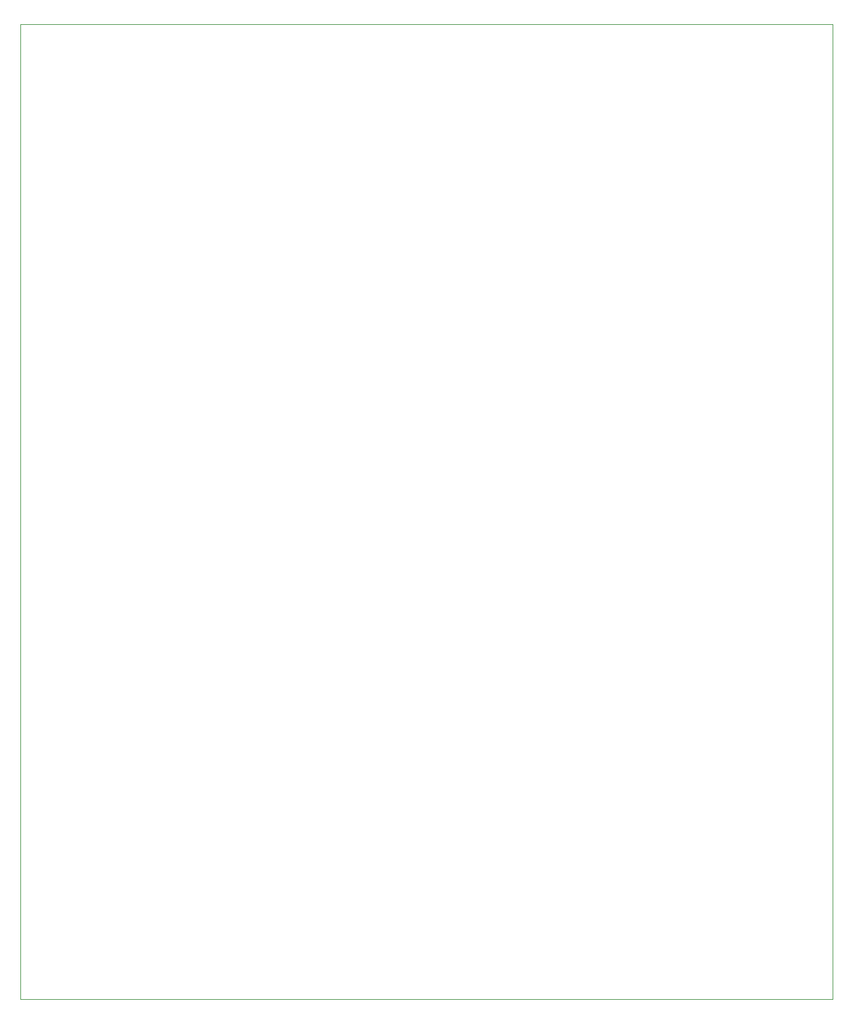
<source format=gbr>
G04 #@! TF.GenerationSoftware,KiCad,Pcbnew,(5.0.2)-1*
G04 #@! TF.CreationDate,2019-07-23T23:18:17+02:00*
G04 #@! TF.ProjectId,Cern2,4365726e-322e-46b6-9963-61645f706362,rev?*
G04 #@! TF.SameCoordinates,Original*
G04 #@! TF.FileFunction,Profile,NP*
%FSLAX46Y46*%
G04 Gerber Fmt 4.6, Leading zero omitted, Abs format (unit mm)*
G04 Created by KiCad (PCBNEW (5.0.2)-1) date 23/07/2019 23:18:17*
%MOMM*%
%LPD*%
G01*
G04 APERTURE LIST*
%ADD10C,0.050000*%
G04 APERTURE END LIST*
D10*
X88900000Y-158750000D02*
X196850000Y-158750000D01*
X88900000Y-29210000D02*
X88900000Y-158750000D01*
X196850000Y-29210000D02*
X88900000Y-29210000D01*
X196850000Y-158750000D02*
X196850000Y-29210000D01*
M02*

</source>
